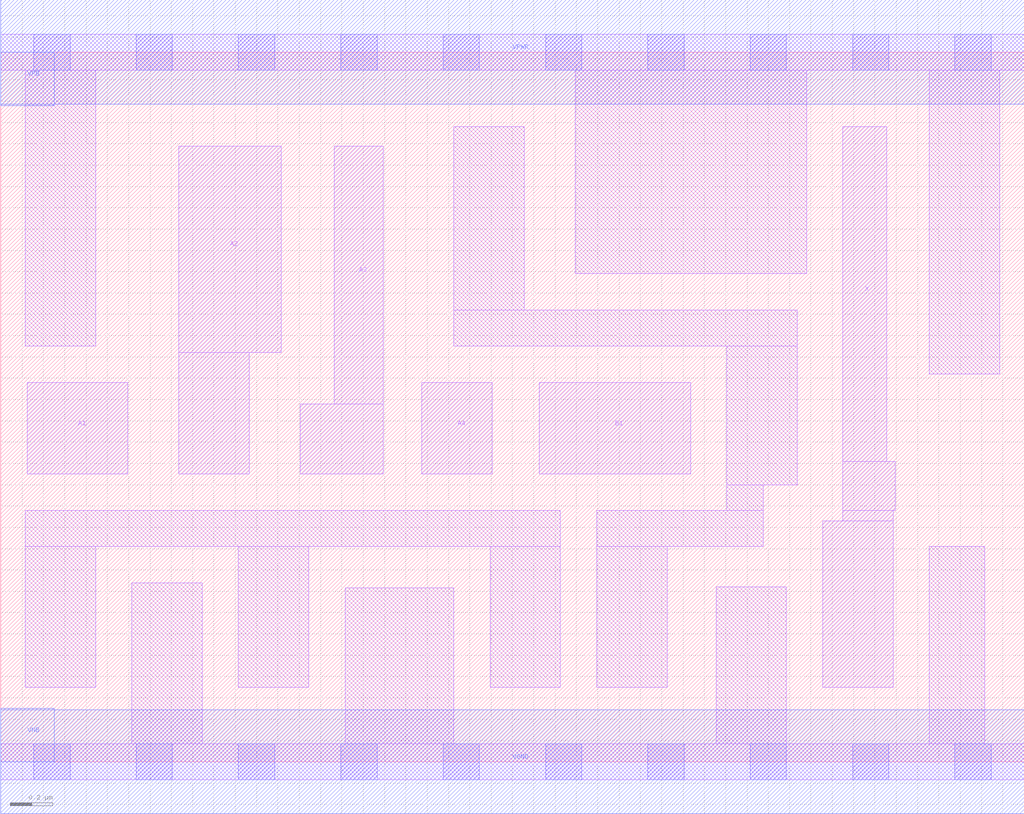
<source format=lef>
# Copyright 2020 The SkyWater PDK Authors
#
# Licensed under the Apache License, Version 2.0 (the "License");
# you may not use this file except in compliance with the License.
# You may obtain a copy of the License at
#
#     https://www.apache.org/licenses/LICENSE-2.0
#
# Unless required by applicable law or agreed to in writing, software
# distributed under the License is distributed on an "AS IS" BASIS,
# WITHOUT WARRANTIES OR CONDITIONS OF ANY KIND, either express or implied.
# See the License for the specific language governing permissions and
# limitations under the License.
#
# SPDX-License-Identifier: Apache-2.0

VERSION 5.5 ;
NAMESCASESENSITIVE ON ;
BUSBITCHARS "[]" ;
DIVIDERCHAR "/" ;
MACRO sky130_fd_sc_hs__o41a_2
  CLASS CORE ;
  SOURCE USER ;
  ORIGIN  0.000000  0.000000 ;
  SIZE  4.800000 BY  3.330000 ;
  SYMMETRY X Y ;
  SITE unit ;
  PIN A1
    ANTENNAGATEAREA  0.279000 ;
    DIRECTION INPUT ;
    USE SIGNAL ;
    PORT
      LAYER li1 ;
        RECT 0.125000 1.350000 0.595000 1.780000 ;
    END
  END A1
  PIN A2
    ANTENNAGATEAREA  0.279000 ;
    DIRECTION INPUT ;
    USE SIGNAL ;
    PORT
      LAYER li1 ;
        RECT 0.835000 1.350000 1.165000 1.920000 ;
        RECT 0.835000 1.920000 1.315000 2.890000 ;
    END
  END A2
  PIN A3
    ANTENNAGATEAREA  0.279000 ;
    DIRECTION INPUT ;
    USE SIGNAL ;
    PORT
      LAYER li1 ;
        RECT 1.405000 1.350000 1.795000 1.680000 ;
        RECT 1.565000 1.680000 1.795000 2.890000 ;
    END
  END A3
  PIN A4
    ANTENNAGATEAREA  0.279000 ;
    DIRECTION INPUT ;
    USE SIGNAL ;
    PORT
      LAYER li1 ;
        RECT 1.975000 1.350000 2.305000 1.780000 ;
    END
  END A4
  PIN B1
    ANTENNAGATEAREA  0.261000 ;
    DIRECTION INPUT ;
    USE SIGNAL ;
    PORT
      LAYER li1 ;
        RECT 2.525000 1.350000 3.235000 1.780000 ;
    END
  END B1
  PIN X
    ANTENNADIFFAREA  0.543200 ;
    DIRECTION OUTPUT ;
    USE SIGNAL ;
    PORT
      LAYER li1 ;
        RECT 3.855000 0.350000 4.185000 1.130000 ;
        RECT 3.950000 1.130000 4.185000 1.180000 ;
        RECT 3.950000 1.180000 4.195000 1.410000 ;
        RECT 3.950000 1.410000 4.155000 2.980000 ;
    END
  END X
  PIN VGND
    DIRECTION INOUT ;
    USE GROUND ;
    PORT
      LAYER met1 ;
        RECT 0.000000 -0.245000 4.800000 0.245000 ;
    END
  END VGND
  PIN VNB
    DIRECTION INOUT ;
    USE GROUND ;
    PORT
      LAYER met1 ;
        RECT 0.000000 0.000000 0.250000 0.250000 ;
    END
  END VNB
  PIN VPB
    DIRECTION INOUT ;
    USE POWER ;
    PORT
      LAYER met1 ;
        RECT 0.000000 3.080000 0.250000 3.330000 ;
    END
  END VPB
  PIN VPWR
    DIRECTION INOUT ;
    USE POWER ;
    PORT
      LAYER met1 ;
        RECT 0.000000 3.085000 4.800000 3.575000 ;
    END
  END VPWR
  OBS
    LAYER li1 ;
      RECT 0.000000 -0.085000 4.800000 0.085000 ;
      RECT 0.000000  3.245000 4.800000 3.415000 ;
      RECT 0.115000  0.350000 0.445000 1.010000 ;
      RECT 0.115000  1.010000 2.625000 1.180000 ;
      RECT 0.115000  1.950000 0.445000 3.245000 ;
      RECT 0.615000  0.085000 0.945000 0.840000 ;
      RECT 1.115000  0.350000 1.445000 1.010000 ;
      RECT 1.615000  0.085000 2.125000 0.815000 ;
      RECT 2.125000  1.950000 3.735000 2.120000 ;
      RECT 2.125000  2.120000 2.455000 2.980000 ;
      RECT 2.295000  0.350000 2.625000 1.010000 ;
      RECT 2.695000  2.290000 3.780000 3.245000 ;
      RECT 2.795000  0.350000 3.125000 1.010000 ;
      RECT 2.795000  1.010000 3.575000 1.180000 ;
      RECT 3.355000  0.085000 3.685000 0.820000 ;
      RECT 3.405000  1.180000 3.575000 1.300000 ;
      RECT 3.405000  1.300000 3.735000 1.950000 ;
      RECT 4.355000  0.085000 4.615000 1.010000 ;
      RECT 4.355000  1.820000 4.685000 3.245000 ;
    LAYER mcon ;
      RECT 0.155000 -0.085000 0.325000 0.085000 ;
      RECT 0.155000  3.245000 0.325000 3.415000 ;
      RECT 0.635000 -0.085000 0.805000 0.085000 ;
      RECT 0.635000  3.245000 0.805000 3.415000 ;
      RECT 1.115000 -0.085000 1.285000 0.085000 ;
      RECT 1.115000  3.245000 1.285000 3.415000 ;
      RECT 1.595000 -0.085000 1.765000 0.085000 ;
      RECT 1.595000  3.245000 1.765000 3.415000 ;
      RECT 2.075000 -0.085000 2.245000 0.085000 ;
      RECT 2.075000  3.245000 2.245000 3.415000 ;
      RECT 2.555000 -0.085000 2.725000 0.085000 ;
      RECT 2.555000  3.245000 2.725000 3.415000 ;
      RECT 3.035000 -0.085000 3.205000 0.085000 ;
      RECT 3.035000  3.245000 3.205000 3.415000 ;
      RECT 3.515000 -0.085000 3.685000 0.085000 ;
      RECT 3.515000  3.245000 3.685000 3.415000 ;
      RECT 3.995000 -0.085000 4.165000 0.085000 ;
      RECT 3.995000  3.245000 4.165000 3.415000 ;
      RECT 4.475000 -0.085000 4.645000 0.085000 ;
      RECT 4.475000  3.245000 4.645000 3.415000 ;
  END
END sky130_fd_sc_hs__o41a_2

</source>
